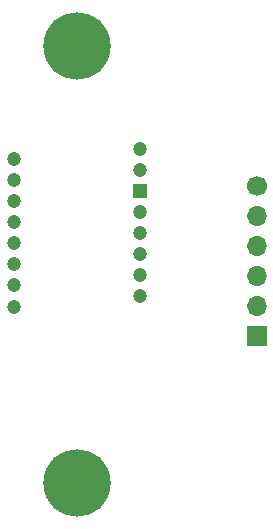
<source format=gts>
G04 #@! TF.GenerationSoftware,KiCad,Pcbnew,7.0.7*
G04 #@! TF.CreationDate,2024-01-25T12:17:36+08:00*
G04 #@! TF.ProjectId,sensor,73656e73-6f72-42e6-9b69-6361645f7063,rev?*
G04 #@! TF.SameCoordinates,Original*
G04 #@! TF.FileFunction,Soldermask,Top*
G04 #@! TF.FilePolarity,Negative*
%FSLAX46Y46*%
G04 Gerber Fmt 4.6, Leading zero omitted, Abs format (unit mm)*
G04 Created by KiCad (PCBNEW 7.0.7) date 2024-01-25 12:17:36*
%MOMM*%
%LPD*%
G01*
G04 APERTURE LIST*
%ADD10C,5.700000*%
%ADD11R,1.700000X1.700000*%
%ADD12O,1.700000X1.700000*%
%ADD13C,1.700000*%
%ADD14C,1.200000*%
%ADD15R,1.200000X1.200000*%
G04 APERTURE END LIST*
D10*
X81600000Y-129200000D03*
D11*
X96800000Y-116800000D03*
D12*
X96800000Y-114260000D03*
X96800000Y-111720000D03*
X96800000Y-109180000D03*
X96800000Y-106640000D03*
D13*
X96800000Y-104100000D03*
D10*
X81600000Y-92200000D03*
D14*
X76210000Y-114280000D03*
X76210000Y-112500000D03*
X76210000Y-110720000D03*
X76210000Y-108940000D03*
X76210000Y-107160000D03*
X76210000Y-105380000D03*
X76210000Y-103600000D03*
X76210000Y-101820000D03*
X86910000Y-100930000D03*
X86910000Y-102710000D03*
D15*
X86910000Y-104490000D03*
D14*
X86910000Y-106270000D03*
X86910000Y-108050000D03*
X86910000Y-109830000D03*
X86910000Y-111610000D03*
X86910000Y-113390000D03*
M02*

</source>
